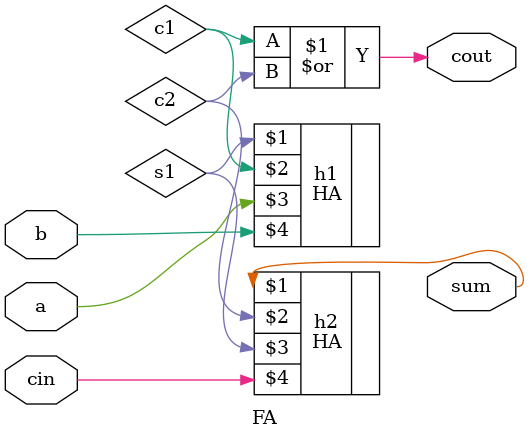
<source format=v>
`timescale 1ns/1ns


module FA(output sum, cout, input a, b, cin);
	wire s1, c1, c2;
	HA h1(s1, c1, a, b);
	HA h2(sum, c2, s1, cin);
	or O1(cout, c1, c2);
endmodule

// Testbench Code

/* module tb_FA();
	reg a, b, cin;
	reg [2:0]ran;
	wire sum, cout;
	FA dut(.sum(sum), .cout(cout), .a(a), .b(b), .cin(cin));
	initial
		begin
		$monitor("ran=%d | a=%b | b=%b | cin=%b | sum=%b | cout=%b", ran, a, b, cin, sum, cout);
		repeat(10)
			begin
				ran=$random();
				a=ran[2]; b=ran[1]; cin=ran[0];
				#1;
			end		
		end
endmodule */
</source>
